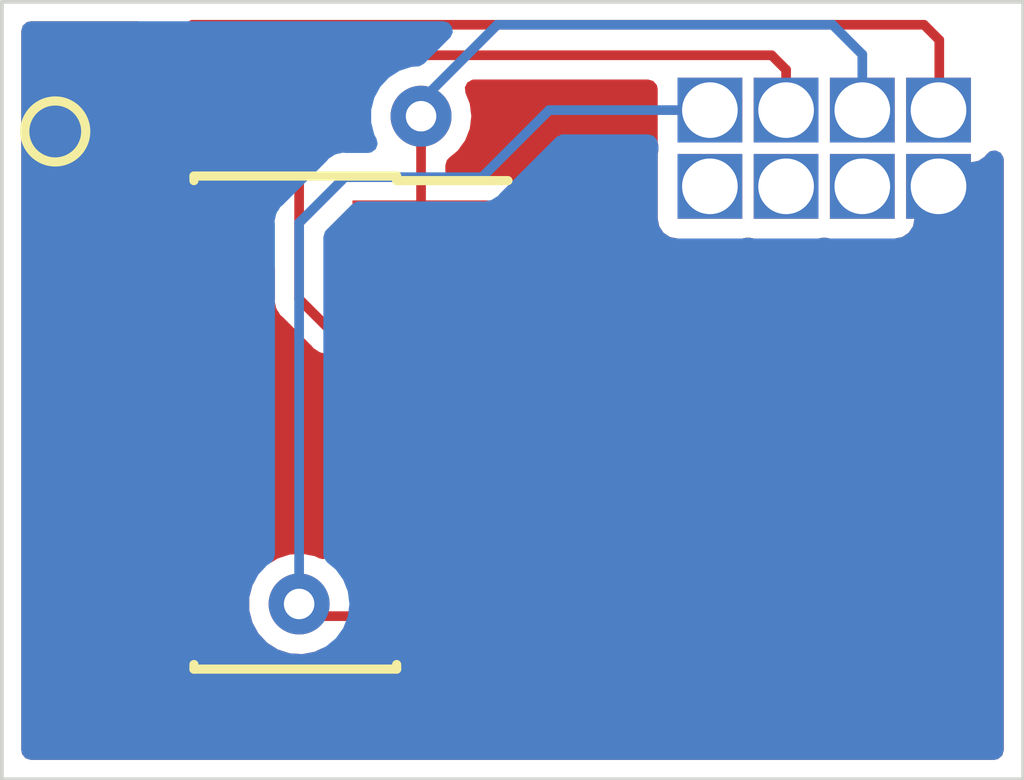
<source format=kicad_pcb>
(kicad_pcb (version 20221018) (generator pcbnew)
  (layers (0 "F.Cu" signal) (31 "B.Cu" signal) (34 "B.Paste" user) (35 "F.Paste" user) (36 "B.SilkS" user "B.Silkscreen") (37 "F.SilkS" user "F.Silkscreen") (38 "B.Mask" user) (39 "F.Mask" user) (44 "Edge.Cuts" user))
  (net 0 "")
  (net 1 "RESET")
  (net 2 "GND")
  (net 6 "SWDCLK")
  (net 7 "SWDIO")
  (net 8 "+3V3")
  (footprint "custom-pin:pin_2x4_1mm" (layer "F.Cu") (at 203.69 53.22)
    (fp_text reference "P1" hide)
    (fp_text value "1mm_pitch_2x4" hide)
    (pad "1" thru_hole rect (at 1.5 -0.5) (size 0.85 0.85) (drill 0.73) (layers "*.Cu" "*.Mask") (net 8 "+3V3"))
    (pad "2" thru_hole rect (at 1.5 0.5) (size 0.85 0.85) (drill 0.73) (layers "*.Cu" "*.Mask") (net 2 "GND"))
    (pad "3" thru_hole rect (at 0.5 -0.5) (size 0.85 0.85) (drill 0.73) (layers "*.Cu" "*.Mask") (net 7 "SWDIO"))
    (pad "4" thru_hole rect (at 0.5 0.5) (size 0.85 0.85) (drill 0.73) (layers "*.Cu" "*.Mask"))
    (pad "5" thru_hole rect (at -0.5 -0.5) (size 0.85 0.85) (drill 0.73) (layers "*.Cu" "*.Mask") (net 6 "SWDCLK"))
    (pad "6" thru_hole rect (at -0.5 0.5) (size 0.85 0.85) (drill 0.73) (layers "*.Cu" "*.Mask"))
    (pad "7" thru_hole rect (at -1.5 -0.5) (size 0.85 0.85) (drill 0.73) (layers "*.Cu" "*.Mask") (net 1 "RESET"))
    (pad "8" thru_hole rect (at -1.5 0.5) (size 0.85 0.85) (drill 0.73) (layers "*.Cu" "*.Mask"))
  )
  (footprint "Connector_PinSocket_1.27mm:PinSocket_2x05_P1.27mm_Vertical_SMD" (layer "F.Cu") (at 196.75 56.820003)
    (fp_text reference "J1" hide)
    (fp_text value "Conn_ARM_JTAG_SWD_10" hide)
    (fp_line (start -1.33 -3.235) (end -1.33 -3.175) (stroke (width 0.12)) (layer "F.SilkS"))
    (fp_line (start -1.33 -3.235) (end 1.33 -3.235) (stroke (width 0.12)) (layer "F.SilkS"))
    (fp_line (start -1.33 3.175) (end -1.33 3.235) (stroke (width 0.12)) (layer "F.SilkS"))
    (fp_line (start -1.33 3.235) (end 1.33 3.235) (stroke (width 0.12)) (layer "F.SilkS"))
    (fp_line (start 1.33 -3.235) (end 1.33 -3.175) (stroke (width 0.12)) (layer "F.SilkS"))
    (fp_line (start 1.33 -3.175) (end 2.79 -3.175) (stroke (width 0.12)) (layer "F.SilkS"))
    (fp_line (start 1.33 3.175) (end 1.33 3.235) (stroke (width 0.12)) (layer "F.SilkS"))
    (pad "1" smd rect (at -1.8 -2.54) (size 2.1 0.75) (layers "F.Cu" "F.Paste" "F.Mask") (net 8 "+3V3"))
    (pad "2" smd rect (at 1.8 -2.54) (size 2.1 0.75) (layers "F.Cu" "F.Paste" "F.Mask") (net 7 "SWDIO"))
    (pad "3" smd rect (at -1.8 -1.27) (size 2.1 0.75) (layers "F.Cu" "F.Paste" "F.Mask") (net 2 "GND"))
    (pad "4" smd rect (at 1.8 -1.27) (size 2.1 0.75) (layers "F.Cu" "F.Paste" "F.Mask") (net 6 "SWDCLK"))
    (pad "5" smd rect (at -1.8 0) (size 2.1 0.75) (layers "F.Cu" "F.Paste" "F.Mask") (net 2 "GND"))
    (pad "6" smd rect (at 1.8 0) (size 2.1 0.75) (layers "F.Cu" "F.Paste" "F.Mask"))
    (pad "7" smd rect (at -1.8 1.27) (size 2.1 0.75) (layers "F.Cu" "F.Paste" "F.Mask"))
    (pad "8" smd rect (at 1.8 1.27) (size 2.1 0.75) (layers "F.Cu" "F.Paste" "F.Mask"))
    (pad "9" smd rect (at -1.8 2.54) (size 2.1 0.75) (layers "F.Cu" "F.Paste" "F.Mask") (net 2 "GND"))
    (pad "10" smd rect (at 1.8 2.54) (size 2.1 0.75) (layers "F.Cu" "F.Paste" "F.Mask") (net 1 "RESET"))
  )
  (gr_circle (center 193.6 53) (end 194 53) (stroke (width 0.12)) (fill none) (layer "F.SilkS"))
  (gr_line (start 206.3 61.5) (end 192.9 61.5) (stroke (width 0.05)) (layer "Edge.Cuts"))
  (gr_line (start 192.9 51.3) (end 192.9 61.5) (stroke (width 0.05)) (layer "Edge.Cuts"))
  (gr_line (start 206.3 51.3) (end 206.3 61.5) (stroke (width 0.05)) (layer "Edge.Cuts"))
  (gr_line (start 192.9 51.3) (end 206.3 51.3) (stroke (width 0.05)) (layer "Edge.Cuts"))
  (segment (start 196.8 59.2) (end 196.960003 59.360003) (width 0.127) (layer "F.Cu") (net 1))
  (segment (start 196.960003 59.360003) (end 198.55 59.360003) (width 0.127) (layer "F.Cu") (net 1))
  (via (at 196.8 59.2) (size 0.8) (drill 0.4) (layers "F.Cu" "B.Cu") (net 1))
  (segment (start 199.2 53.6) (end 197.4 53.6) (width 0.127) (layer "B.Cu") (net 1))
  (segment (start 197.4 53.6) (end 196.8 54.2) (width 0.127) (layer "B.Cu") (net 1))
  (segment (start 200.08 52.72) (end 199.6 53.2) (width 0.127) (layer "B.Cu") (net 1))
  (segment (start 202.19 52.72) (end 200.08 52.72) (width 0.127) (layer "B.Cu") (net 1))
  (segment (start 199.6 53.2) (end 199.2 53.6) (width 0.127) (layer "B.Cu") (net 1))
  (segment (start 196.8 54.2) (end 196.8 59.2) (width 0.127) (layer "B.Cu") (net 1))
  (segment (start 193.4 57) (end 193.6 56.8) (width 0.127) (layer "F.Cu") (net 2))
  (segment (start 193.849997 55.550003) (end 193.4 56) (width 0.127) (layer "F.Cu") (net 2))
  (segment (start 205.19 53.72) (end 205.19 58.81) (width 0.127) (layer "F.Cu") (net 2))
  (segment (start 203.4 60.6) (end 195.6 60.6) (width 0.127) (layer "F.Cu") (net 2))
  (segment (start 193.6 56.8) (end 194.929997 56.8) (width 0.127) (layer "F.Cu") (net 2))
  (segment (start 193.4 56) (end 193.4 57) (width 0.127) (layer "F.Cu") (net 2))
  (segment (start 194.95 55.550003) (end 193.849997 55.550003) (width 0.127) (layer "F.Cu") (net 2))
  (segment (start 205.19 58.81) (end 203.4 60.6) (width 0.127) (layer "F.Cu") (net 2))
  (segment (start 193.560003 59.360003) (end 193.4 59.2) (width 0.127) (layer "F.Cu") (net 2))
  (segment (start 194.95 59.360003) (end 193.560003 59.360003) (width 0.127) (layer "F.Cu") (net 2))
  (segment (start 194.95 59.95) (end 194.95 59.360003) (width 0.127) (layer "F.Cu") (net 2))
  (segment (start 194.929997 56.8) (end 194.95 56.820003) (width 0.127) (layer "F.Cu") (net 2))
  (segment (start 195.6 60.6) (end 194.95 59.95) (width 0.127) (layer "F.Cu") (net 2))
  (segment (start 193.4 59.2) (end 193.4 57) (width 0.127) (layer "F.Cu") (net 2))
  (segment (start 203 52) (end 197.8 52) (width 0.127) (layer "F.Cu") (net 6))
  (segment (start 203.19 52.72) (end 203.19 52.19) (width 0.127) (layer "F.Cu") (net 6))
  (segment (start 203.19 52.19) (end 203 52) (width 0.127) (layer "F.Cu") (net 6))
  (segment (start 197.8 52) (end 196.8 53) (width 0.127) (layer "F.Cu") (net 6))
  (segment (start 196.8 55.2) (end 197.2 55.6) (width 0.127) (layer "F.Cu") (net 6))
  (segment (start 196.8 53) (end 196.8 55.2) (width 0.127) (layer "F.Cu") (net 6))
  (segment (start 197.2 55.6) (end 198.500003 55.6) (width 0.127) (layer "F.Cu") (net 6))
  (segment (start 198.500003 55.6) (end 198.55 55.550003) (width 0.127) (layer "F.Cu") (net 6))
  (segment (start 198.4 54.130003) (end 198.55 54.280003) (width 0.127) (layer "F.Cu") (net 7))
  (segment (start 198.4 52.8) (end 198.4 54.130003) (width 0.127) (layer "F.Cu") (net 7))
  (via (at 198.4 52.8) (size 0.8) (drill 0.4) (layers "F.Cu" "B.Cu") (net 7))
  (segment (start 204.19 52.72) (end 204.19 51.99) (width 0.127) (layer "B.Cu") (net 7))
  (segment (start 198.4 52.6) (end 198.4 52.8) (width 0.127) (layer "B.Cu") (net 7))
  (segment (start 199 52) (end 198.4 52.6) (width 0.127) (layer "B.Cu") (net 7))
  (segment (start 198.4 52.8) (end 198.4 53) (width 0.127) (layer "B.Cu") (net 7))
  (segment (start 203.8 51.6) (end 199.4 51.6) (width 0.127) (layer "B.Cu") (net 7))
  (segment (start 199.4 51.6) (end 199 52) (width 0.127) (layer "B.Cu") (net 7))
  (segment (start 204.19 51.99) (end 203.8 51.6) (width 0.127) (layer "B.Cu") (net 7))
  (segment (start 194.95 52.05) (end 194.95 54.280003) (width 0.127) (layer "F.Cu") (net 8))
  (segment (start 205 51.6) (end 195.4 51.6) (width 0.127) (layer "F.Cu") (net 8))
  (segment (start 195.4 51.6) (end 194.95 52.05) (width 0.127) (layer "F.Cu") (net 8))
  (segment (start 205.19 52.72) (end 205.19 52.39568) (width 0.127) (layer "F.Cu") (net 8))
  (segment (start 205.2 52.38568) (end 205.2 51.8) (width 0.127) (layer "F.Cu") (net 8))
  (segment (start 205.2 51.8) (end 205 51.6) (width 0.127) (layer "F.Cu") (net 8))
  (segment (start 205.19 52.39568) (end 205.2 52.38568) (width 0.127) (layer "F.Cu") (net 8))
  (zone (net 2) (net_name "GND") (layers "F&B.Cu") (connect_pads yes (clearance 0.254)) (min_thickness 0.254) (fill yes (thermal_gap 0.254) (thermal_bridge_width 0.254))
    (polygon (pts (xy 206.3 61.5) (xy 192.9 61.5) (xy 192.9 51.3) (xy 206.3 51.3)))
  )
)
</source>
